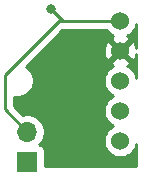
<source format=gbr>
G04 #@! TF.GenerationSoftware,KiCad,Pcbnew,(5.1.5)-3*
G04 #@! TF.CreationDate,2020-12-21T13:11:51+01:00*
G04 #@! TF.ProjectId,epimetheus_bh1750,6570696d-6574-4686-9575-735f62683137,rev?*
G04 #@! TF.SameCoordinates,Original*
G04 #@! TF.FileFunction,Copper,L2,Bot*
G04 #@! TF.FilePolarity,Positive*
%FSLAX46Y46*%
G04 Gerber Fmt 4.6, Leading zero omitted, Abs format (unit mm)*
G04 Created by KiCad (PCBNEW (5.1.5)-3) date 2020-12-21 13:11:51*
%MOMM*%
%LPD*%
G04 APERTURE LIST*
%ADD10C,1.524000*%
%ADD11O,1.700000X1.700000*%
%ADD12R,1.700000X1.700000*%
%ADD13C,0.800000*%
%ADD14C,0.250000*%
%ADD15C,0.254000*%
G04 APERTURE END LIST*
D10*
X179070000Y-25908000D03*
X179070000Y-28448000D03*
X179070000Y-30988000D03*
X179070000Y-33528000D03*
X179070000Y-36068000D03*
D11*
X171196000Y-35306000D03*
D12*
X171196000Y-37846000D03*
D13*
X172974000Y-34798000D03*
X173228000Y-24892000D03*
D14*
X179070000Y-25908000D02*
X174244000Y-25908000D01*
X174244000Y-25908000D02*
X173228000Y-24892000D01*
X169297999Y-33407999D02*
X171196000Y-35306000D01*
X169297999Y-30471999D02*
X169297999Y-33407999D01*
X173861998Y-25908000D02*
X169297999Y-30471999D01*
X179070000Y-25908000D02*
X173861998Y-25908000D01*
D15*
G36*
X180442001Y-28177417D02*
G01*
X180430922Y-28103867D01*
X180337636Y-27844977D01*
X180275656Y-27729020D01*
X180035565Y-27662040D01*
X179249605Y-28448000D01*
X180035565Y-29233960D01*
X180275656Y-29166980D01*
X180392756Y-28917952D01*
X180442001Y-28719473D01*
X180442001Y-30724727D01*
X180413314Y-30580510D01*
X180308005Y-30326273D01*
X180155120Y-30097465D01*
X179960535Y-29902880D01*
X179731727Y-29749995D01*
X179660057Y-29720308D01*
X179673023Y-29715636D01*
X179788980Y-29653656D01*
X179855960Y-29413565D01*
X179070000Y-28627605D01*
X178284040Y-29413565D01*
X178351020Y-29653656D01*
X178486760Y-29717485D01*
X178408273Y-29749995D01*
X178179465Y-29902880D01*
X177984880Y-30097465D01*
X177831995Y-30326273D01*
X177726686Y-30580510D01*
X177673000Y-30850408D01*
X177673000Y-31125592D01*
X177726686Y-31395490D01*
X177831995Y-31649727D01*
X177984880Y-31878535D01*
X178179465Y-32073120D01*
X178408273Y-32226005D01*
X178485515Y-32258000D01*
X178408273Y-32289995D01*
X178179465Y-32442880D01*
X177984880Y-32637465D01*
X177831995Y-32866273D01*
X177726686Y-33120510D01*
X177673000Y-33390408D01*
X177673000Y-33665592D01*
X177726686Y-33935490D01*
X177831995Y-34189727D01*
X177984880Y-34418535D01*
X178179465Y-34613120D01*
X178408273Y-34766005D01*
X178485515Y-34798000D01*
X178408273Y-34829995D01*
X178179465Y-34982880D01*
X177984880Y-35177465D01*
X177831995Y-35406273D01*
X177726686Y-35660510D01*
X177673000Y-35930408D01*
X177673000Y-36205592D01*
X177726686Y-36475490D01*
X177831995Y-36729727D01*
X177984880Y-36958535D01*
X178179465Y-37153120D01*
X178408273Y-37306005D01*
X178662510Y-37411314D01*
X178932408Y-37465000D01*
X179207592Y-37465000D01*
X179477490Y-37411314D01*
X179731727Y-37306005D01*
X179960535Y-37153120D01*
X180155120Y-36958535D01*
X180308005Y-36729727D01*
X180413314Y-36475490D01*
X180442000Y-36331275D01*
X180442000Y-38202000D01*
X172684072Y-38202000D01*
X172684072Y-36996000D01*
X172671812Y-36871518D01*
X172635502Y-36751820D01*
X172576537Y-36641506D01*
X172497185Y-36544815D01*
X172400494Y-36465463D01*
X172290180Y-36406498D01*
X172217620Y-36384487D01*
X172349475Y-36252632D01*
X172511990Y-36009411D01*
X172623932Y-35739158D01*
X172681000Y-35452260D01*
X172681000Y-35159740D01*
X172623932Y-34872842D01*
X172511990Y-34602589D01*
X172349475Y-34359368D01*
X172142632Y-34152525D01*
X171899411Y-33990010D01*
X171629158Y-33878068D01*
X171342260Y-33821000D01*
X171049740Y-33821000D01*
X170829592Y-33864790D01*
X170057999Y-33093198D01*
X170057999Y-32337476D01*
X170236589Y-32373000D01*
X170509411Y-32373000D01*
X170776989Y-32319775D01*
X171029043Y-32215371D01*
X171255886Y-32063799D01*
X171448799Y-31870886D01*
X171600371Y-31644043D01*
X171704775Y-31391989D01*
X171758000Y-31124411D01*
X171758000Y-30851589D01*
X171704775Y-30584011D01*
X171600371Y-30331957D01*
X171448799Y-30105114D01*
X171255886Y-29912201D01*
X171062089Y-29782710D01*
X172324782Y-28520017D01*
X177668090Y-28520017D01*
X177709078Y-28792133D01*
X177802364Y-29051023D01*
X177864344Y-29166980D01*
X178104435Y-29233960D01*
X178890395Y-28448000D01*
X178104435Y-27662040D01*
X177864344Y-27729020D01*
X177747244Y-27978048D01*
X177680977Y-28245135D01*
X177668090Y-28520017D01*
X172324782Y-28520017D01*
X174176800Y-26668000D01*
X174206677Y-26668000D01*
X174244000Y-26671676D01*
X174281322Y-26668000D01*
X177897659Y-26668000D01*
X177984880Y-26798535D01*
X178179465Y-26993120D01*
X178408273Y-27146005D01*
X178479943Y-27175692D01*
X178466977Y-27180364D01*
X178351020Y-27242344D01*
X178284040Y-27482435D01*
X179070000Y-28268395D01*
X179855960Y-27482435D01*
X179788980Y-27242344D01*
X179653240Y-27178515D01*
X179731727Y-27146005D01*
X179960535Y-26993120D01*
X180155120Y-26798535D01*
X180308005Y-26569727D01*
X180413314Y-26315490D01*
X180442001Y-26171272D01*
X180442001Y-28177417D01*
G37*
X180442001Y-28177417D02*
X180430922Y-28103867D01*
X180337636Y-27844977D01*
X180275656Y-27729020D01*
X180035565Y-27662040D01*
X179249605Y-28448000D01*
X180035565Y-29233960D01*
X180275656Y-29166980D01*
X180392756Y-28917952D01*
X180442001Y-28719473D01*
X180442001Y-30724727D01*
X180413314Y-30580510D01*
X180308005Y-30326273D01*
X180155120Y-30097465D01*
X179960535Y-29902880D01*
X179731727Y-29749995D01*
X179660057Y-29720308D01*
X179673023Y-29715636D01*
X179788980Y-29653656D01*
X179855960Y-29413565D01*
X179070000Y-28627605D01*
X178284040Y-29413565D01*
X178351020Y-29653656D01*
X178486760Y-29717485D01*
X178408273Y-29749995D01*
X178179465Y-29902880D01*
X177984880Y-30097465D01*
X177831995Y-30326273D01*
X177726686Y-30580510D01*
X177673000Y-30850408D01*
X177673000Y-31125592D01*
X177726686Y-31395490D01*
X177831995Y-31649727D01*
X177984880Y-31878535D01*
X178179465Y-32073120D01*
X178408273Y-32226005D01*
X178485515Y-32258000D01*
X178408273Y-32289995D01*
X178179465Y-32442880D01*
X177984880Y-32637465D01*
X177831995Y-32866273D01*
X177726686Y-33120510D01*
X177673000Y-33390408D01*
X177673000Y-33665592D01*
X177726686Y-33935490D01*
X177831995Y-34189727D01*
X177984880Y-34418535D01*
X178179465Y-34613120D01*
X178408273Y-34766005D01*
X178485515Y-34798000D01*
X178408273Y-34829995D01*
X178179465Y-34982880D01*
X177984880Y-35177465D01*
X177831995Y-35406273D01*
X177726686Y-35660510D01*
X177673000Y-35930408D01*
X177673000Y-36205592D01*
X177726686Y-36475490D01*
X177831995Y-36729727D01*
X177984880Y-36958535D01*
X178179465Y-37153120D01*
X178408273Y-37306005D01*
X178662510Y-37411314D01*
X178932408Y-37465000D01*
X179207592Y-37465000D01*
X179477490Y-37411314D01*
X179731727Y-37306005D01*
X179960535Y-37153120D01*
X180155120Y-36958535D01*
X180308005Y-36729727D01*
X180413314Y-36475490D01*
X180442000Y-36331275D01*
X180442000Y-38202000D01*
X172684072Y-38202000D01*
X172684072Y-36996000D01*
X172671812Y-36871518D01*
X172635502Y-36751820D01*
X172576537Y-36641506D01*
X172497185Y-36544815D01*
X172400494Y-36465463D01*
X172290180Y-36406498D01*
X172217620Y-36384487D01*
X172349475Y-36252632D01*
X172511990Y-36009411D01*
X172623932Y-35739158D01*
X172681000Y-35452260D01*
X172681000Y-35159740D01*
X172623932Y-34872842D01*
X172511990Y-34602589D01*
X172349475Y-34359368D01*
X172142632Y-34152525D01*
X171899411Y-33990010D01*
X171629158Y-33878068D01*
X171342260Y-33821000D01*
X171049740Y-33821000D01*
X170829592Y-33864790D01*
X170057999Y-33093198D01*
X170057999Y-32337476D01*
X170236589Y-32373000D01*
X170509411Y-32373000D01*
X170776989Y-32319775D01*
X171029043Y-32215371D01*
X171255886Y-32063799D01*
X171448799Y-31870886D01*
X171600371Y-31644043D01*
X171704775Y-31391989D01*
X171758000Y-31124411D01*
X171758000Y-30851589D01*
X171704775Y-30584011D01*
X171600371Y-30331957D01*
X171448799Y-30105114D01*
X171255886Y-29912201D01*
X171062089Y-29782710D01*
X172324782Y-28520017D01*
X177668090Y-28520017D01*
X177709078Y-28792133D01*
X177802364Y-29051023D01*
X177864344Y-29166980D01*
X178104435Y-29233960D01*
X178890395Y-28448000D01*
X178104435Y-27662040D01*
X177864344Y-27729020D01*
X177747244Y-27978048D01*
X177680977Y-28245135D01*
X177668090Y-28520017D01*
X172324782Y-28520017D01*
X174176800Y-26668000D01*
X174206677Y-26668000D01*
X174244000Y-26671676D01*
X174281322Y-26668000D01*
X177897659Y-26668000D01*
X177984880Y-26798535D01*
X178179465Y-26993120D01*
X178408273Y-27146005D01*
X178479943Y-27175692D01*
X178466977Y-27180364D01*
X178351020Y-27242344D01*
X178284040Y-27482435D01*
X179070000Y-28268395D01*
X179855960Y-27482435D01*
X179788980Y-27242344D01*
X179653240Y-27178515D01*
X179731727Y-27146005D01*
X179960535Y-26993120D01*
X180155120Y-26798535D01*
X180308005Y-26569727D01*
X180413314Y-26315490D01*
X180442001Y-26171272D01*
X180442001Y-28177417D01*
M02*

</source>
